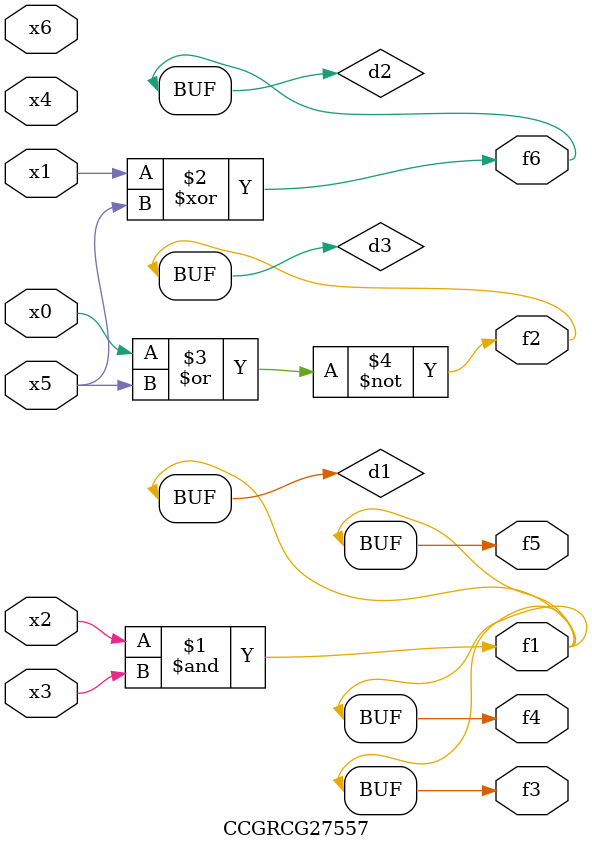
<source format=v>
module CCGRCG27557(
	input x0, x1, x2, x3, x4, x5, x6,
	output f1, f2, f3, f4, f5, f6
);

	wire d1, d2, d3;

	and (d1, x2, x3);
	xor (d2, x1, x5);
	nor (d3, x0, x5);
	assign f1 = d1;
	assign f2 = d3;
	assign f3 = d1;
	assign f4 = d1;
	assign f5 = d1;
	assign f6 = d2;
endmodule

</source>
